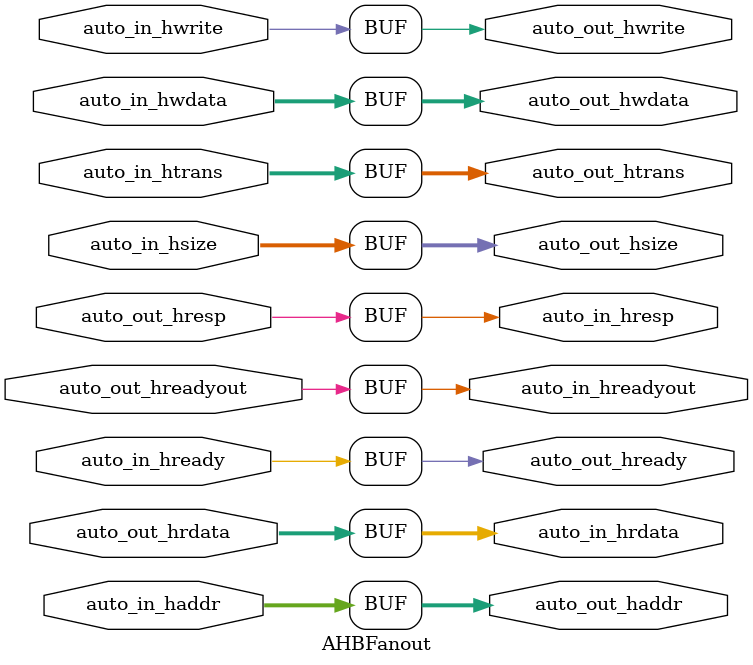
<source format=sv>
module AHBFanout(
  input         auto_in_hready,
  output        auto_in_hreadyout,
  input  [1:0]  auto_in_htrans,
  input  [2:0]  auto_in_hsize,
  input         auto_in_hwrite,
  input  [29:0] auto_in_haddr,
  input  [31:0] auto_in_hwdata,
  output        auto_in_hresp,
  output [31:0] auto_in_hrdata,
  output        auto_out_hready,
  input         auto_out_hreadyout,
  output [1:0]  auto_out_htrans,
  output [2:0]  auto_out_hsize,
  output        auto_out_hwrite,
  output [29:0] auto_out_haddr,
  output [31:0] auto_out_hwdata,
  input         auto_out_hresp,
  input  [31:0] auto_out_hrdata
);
  wire  _T_10;
  assign _T_10 = ~auto_out_hreadyout;
  assign auto_in_hreadyout = ~_T_10;
  assign auto_in_hresp = auto_out_hresp;
  assign auto_in_hrdata = auto_out_hrdata;
  assign auto_out_hready = auto_in_hready;
  assign auto_out_htrans = auto_in_htrans;
  assign auto_out_hsize = auto_in_hsize;
  assign auto_out_hwrite = auto_in_hwrite;
  assign auto_out_haddr = auto_in_haddr;
  assign auto_out_hwdata = auto_in_hwdata;

endmodule

</source>
